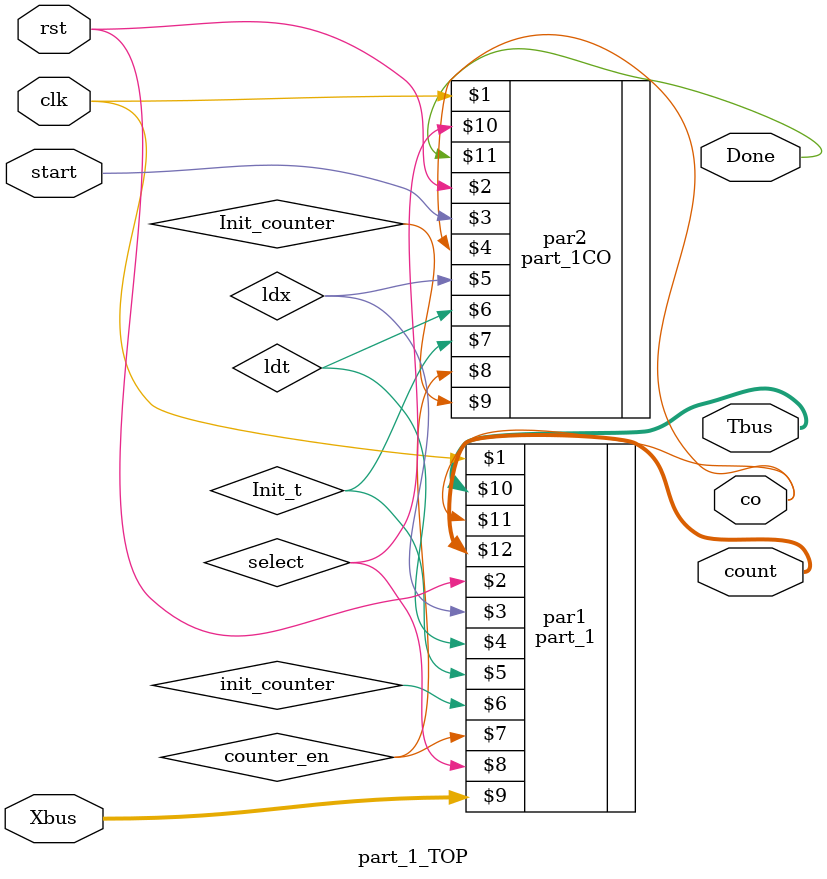
<source format=v>
module part_1_TOP (input clk , rst , start , input [15:0] Xbus , output [15:0] Tbus , output Done , co , output [2:0] count );       //   خروجی ترم ها
    wire ldx , ldt , init_t , init_counter , counter_en , select ;
    
    part_1 par1(clk , rst , ldx , ldt , Init_t , init_counter , counter_en , select , Xbus ,  Tbus ,  co , count );

    part_1CO par2( clk , rst , start , co,  ldx , ldt , Init_t , counter_en , Init_counter , select , Done );
endmodule

</source>
